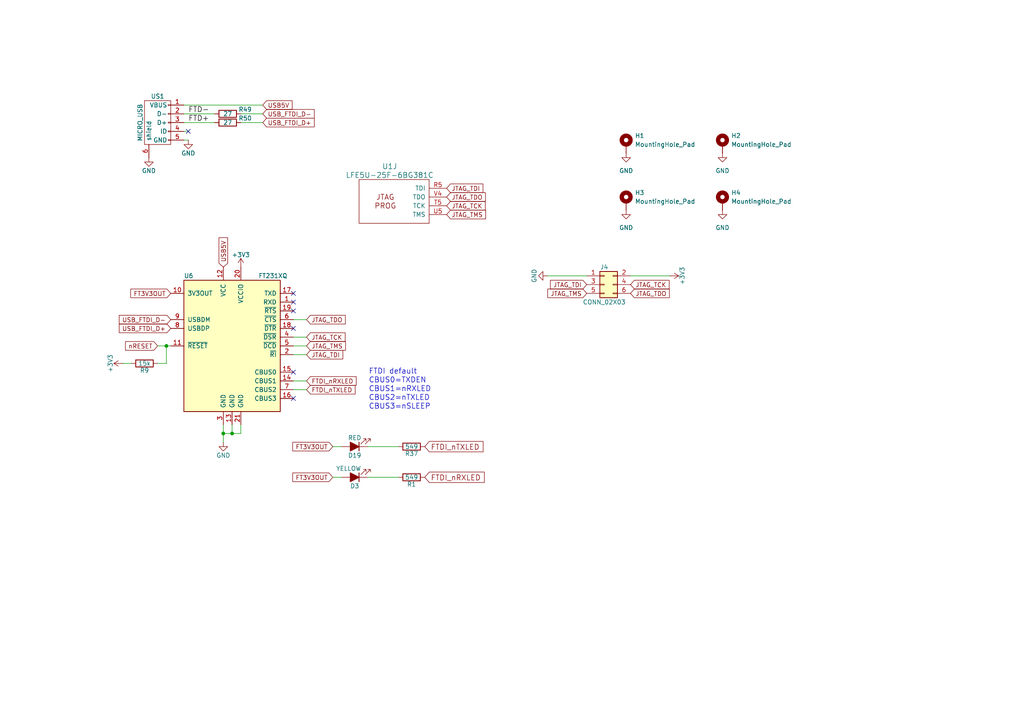
<source format=kicad_sch>
(kicad_sch (version 20250114) (generator "eeschema") (generator_version "9.0")
  (paper "A4")
  (title_block (title "USB Programming Interface - JTAG") (date "2025-11-30") (rev "1.0.0") (comment 1 "lines.") (comment 2 "activity LEDs. External 6-pin JTAG header as backup. 27Ω series resistors on USB data") (comment 3 "JTAG signals bit-banged over serial pins (CTS→TDO, DSR→TCK, DCD→TMS, RI→TDI). TX/RX") (comment 4 "USB Micro-USB connector for power and programming. FT231XQ USB-to-serial chip with"))
  (lib_symbols
    (symbol "Connector_Generic:Conn_02x03_Odd_Even" (pin_names (offset 1.016) (hide yes))
      (property "Reference" "J" (at 1.27 5.08 0))
      (property "Value" "Conn_02x03_Odd_Even" (at 1.27 -5.08 0))
      (symbol "Conn_02x03_Odd_Even_1_1"
        (rectangle (start -1.27 3.81) (end 3.81 -3.81) (stroke (width 0.254)) (fill (type background)))
        (rectangle (start -1.27 2.667) (end 0 2.413) (stroke (width 0.1524)))
        (rectangle (start -1.27 0.127) (end 0 -0.127) (stroke (width 0.1524)))
        (rectangle (start -1.27 -2.413) (end 0 -2.667) (stroke (width 0.1524)))
        (rectangle (start 3.81 2.667) (end 2.54 2.413) (stroke (width 0.1524)))
        (rectangle (start 3.81 0.127) (end 2.54 -0.127) (stroke (width 0.1524)))
        (rectangle (start 3.81 -2.413) (end 2.54 -2.667) (stroke (width 0.1524)))
        (pin passive line (at -5.08 2.54 0) (length 3.81) (name "Pin_1") (number "1"))
        (pin passive line (at -5.08 0 0) (length 3.81) (name "Pin_3") (number "3"))
        (pin passive line (at -5.08 -2.54 0) (length 3.81) (name "Pin_5") (number "5"))
        (pin passive line (at 7.62 2.54 180) (length 3.81) (name "Pin_2") (number "2"))
        (pin passive line (at 7.62 0 180) (length 3.81) (name "Pin_4") (number "4"))
        (pin passive line (at 7.62 -2.54 180) (length 3.81) (name "Pin_6") (number "6"))
      )
    )
    (symbol "Device:LED_ALT" (pin_numbers (hide yes)) (pin_names (offset 1.016) (hide yes))
      (property "Reference" "D" (at 0 2.54 0))
      (property "Value" "Device_LED_ALT" (at 0 -2.54 0))
      (symbol "LED_ALT_0_1"
        (polyline (pts (xy -3.048 -0.762) (xy -4.572 -2.286) (xy -3.81 -2.286) (xy -4.572 -2.286) (xy -4.572 -1.524)))
        (polyline (pts (xy -1.778 -0.762) (xy -3.302 -2.286) (xy -2.54 -2.286) (xy -3.302 -2.286) (xy -3.302 -1.524)))
        (polyline (pts (xy -1.27 0) (xy 1.27 0)))
        (polyline (pts (xy -1.27 -1.27) (xy -1.27 1.27)) (stroke (width 0.254)))
        (polyline (pts (xy 1.27 -1.27) (xy 1.27 1.27) (xy -1.27 0) (xy 1.27 -1.27)) (stroke (width 0.254)) (fill (type outline)))
      )
      (symbol "LED_ALT_1_1"
        (pin passive line (at -3.81 0 0) (length 2.54) (name "K") (number "1"))
        (pin passive line (at 3.81 0 180) (length 2.54) (name "A") (number "2"))
      )
    )
    (symbol "Device:R" (pin_numbers (hide yes)) (pin_names (offset 0))
      (property "Reference" "R" (at 2.032 0 90))
      (property "Value" "R" (at 0 0 90))
      (symbol "R_0_1"
        (rectangle (start -1.016 -2.54) (end 1.016 2.54) (stroke (width 0.254)))
      )
      (symbol "R_1_1"
        (pin passive line (at 0 3.81 270) (length 1.27) (name "~") (number "1"))
        (pin passive line (at 0 -3.81 90) (length 1.27) (name "~") (number "2"))
      )
    )
    (symbol "Mechanical:MountingHole_Pad" (pin_numbers (hide yes)) (pin_names (offset 1.016) (hide yes)) (in_bom no)
      (property "Reference" "H" (at 0 6.35 0))
      (property "Value" "MountingHole_Pad" (at 0 4.445 0))
      (symbol "MountingHole_Pad_0_1"
        (circle (center 0 1.27) (radius 1.27) (stroke (width 1.27)))
      )
      (symbol "MountingHole_Pad_1_1"
        (pin input line (at 0 -2.54 90) (length 2.54) (name "1") (number "1"))
      )
    )
    (symbol "ftdi:FT231XQ" (pin_names (offset 1.016))
      (property "Reference" "U" (at -13.97 20.32 0))
      (property "Value" "FT231XQ" (at 6.35 20.32 0))
      (symbol "FT231XQ_0_1"
        (rectangle (start -13.97 19.05) (end 13.97 -19.05) (stroke (width 0.254)) (fill (type background)))
      )
      (symbol "FT231XQ_1_1"
        (pin power_out line (at -17.78 15.24 0) (length 3.81) (name "3V3OUT") (number "10"))
        (pin bidirectional line (at -17.78 7.62 0) (length 3.81) (name "USBDM") (number "9"))
        (pin bidirectional line (at -17.78 5.08 0) (length 3.81) (name "USBDP") (number "8"))
        (pin input line (at -17.78 0 0) (length 3.81) (name "~{RESET}") (number "11"))
        (pin power_in line (at -2.54 22.86 270) (length 3.81) (name "VCC") (number "12"))
        (pin power_in line (at -2.54 -22.86 90) (length 3.81) (name "GND") (number "3"))
        (pin power_in line (at 0 -22.86 90) (length 3.81) (name "GND") (number "13"))
        (pin power_in line (at 2.54 22.86 270) (length 3.81) (name "VCCIO") (number "20"))
        (pin power_in line (at 2.54 -22.86 90) (length 3.81) (name "GND") (number "21"))
        (pin output line (at 17.78 15.24 180) (length 3.81) (name "TXD") (number "17"))
        (pin input line (at 17.78 12.7 180) (length 3.81) (name "RXD") (number "1"))
        (pin input line (at 17.78 10.16 180) (length 3.81) (name "~{RTS}") (number "19"))
        (pin input line (at 17.78 7.62 180) (length 3.81) (name "~{CTS}") (number "6"))
        (pin output line (at 17.78 5.08 180) (length 3.81) (name "~{DTR}") (number "18"))
        (pin output line (at 17.78 2.54 180) (length 3.81) (name "~{DSR}") (number "4"))
        (pin input line (at 17.78 0 180) (length 3.81) (name "~{DCD}") (number "5"))
        (pin input line (at 17.78 -2.54 180) (length 3.81) (name "~{RI}") (number "2"))
        (pin bidirectional line (at 17.78 -7.62 180) (length 3.81) (name "CBUS0") (number "15"))
        (pin bidirectional line (at 17.78 -10.16 180) (length 3.81) (name "CBUS1") (number "14"))
        (pin bidirectional line (at 17.78 -12.7 180) (length 3.81) (name "CBUS2") (number "7"))
        (pin bidirectional line (at 17.78 -15.24 180) (length 3.81) (name "CBUS3") (number "16"))
      )
    )
    (symbol "lfe5bg381:LFE5UM-85F-6BG381C" (pin_names (offset 1.016))
      (property "Reference" "U" (at 0 24.13 0))
      (property "Value" "LFE5UM-85F-6BG381C" (at 0 21.59 0))
      (symbol "LFE5UM-85F-6BG381C_1_1"
        (rectangle (start -13.97 20.32) (end 13.97 -17.78))
        (rectangle (start -6.35 6.35) (end 6.35 -6.35))
        (rectangle (start -5.08 5.08) (end 0 2.54))
        (text "BANK0" (at 0 -19.05 0) (effects (font (size 1.524 1.524))))
        (pin input line (at -19.05 17.78 0) (length 5.08) (name "PCLKT0_0") (number "B11"))
        (pin input line (at -19.05 15.24 0) (length 5.08) (name "PCLKT0_1") (number "A10"))
        (pin input line (at -19.05 12.7 0) (length 5.08) (name "GR_PCLK0_1") (number "A9"))
        (pin input line (at -19.05 10.16 0) (length 5.08) (name "PT58A") (number "B9"))
        (pin input line (at -19.05 7.62 0) (length 5.08) (name "PT20A") (number "D9"))
        (pin input line (at -19.05 5.08 0) (length 5.08) (name "PT18A") (number "A7"))
        (pin input line (at -19.05 2.54 0) (length 5.08) (name "PT15A") (number "C8"))
        (pin input line (at -19.05 0 0) (length 5.08) (name "PT13A") (number "E8"))
        (pin input line (at -19.05 -2.54 0) (length 5.08) (name "PT11A") (number "C6"))
        (pin input line (at -19.05 -5.08 0) (length 5.08) (name "PT9A") (number "E7"))
        (pin input line (at -19.05 -7.62 0) (length 5.08) (name "PT6A") (number "E6"))
        (pin input line (at -19.05 -10.16 0) (length 5.08) (name "PT4A") (number "A6"))
        (pin input line (at -19.05 -12.7 0) (length 5.08) (name "PT56A") (number "D10"))
        (pin input line (at -19.05 -15.24 0) (length 5.08) (name "PT54A") (number "C9"))
        (pin input line (at 19.05 17.78 180) (length 5.08) (name "PCLKC0_0") (number "C11"))
        (pin input line (at 19.05 15.24 180) (length 5.08) (name "PCLKC0_1") (number "A11"))
        (pin input line (at 19.05 12.7 180) (length 5.08) (name "GR_PCLK0_0") (number "B10"))
        (pin input line (at 19.05 10.16 180) (length 5.08) (name "PT58B") (number "C10"))
        (pin input line (at 19.05 7.62 180) (length 5.08) (name "PT20B") (number "E9"))
        (pin input line (at 19.05 5.08 180) (length 5.08) (name "PT18B") (number "A8"))
        (pin input line (at 19.05 2.54 180) (length 5.08) (name "PT15B") (number "B8"))
        (pin input line (at 19.05 0 180) (length 5.08) (name "PT13B") (number "D8"))
        (pin input line (at 19.05 -2.54 180) (length 5.08) (name "PT11B") (number "C7"))
        (pin input line (at 19.05 -5.08 180) (length 5.08) (name "PT9B") (number "D7"))
        (pin input line (at 19.05 -7.62 180) (length 5.08) (name "PT6B") (number "D6"))
        (pin input line (at 19.05 -10.16 180) (length 5.08) (name "PT4B") (number "B6"))
        (pin input line (at 19.05 -12.7 180) (length 5.08) (name "PT56B") (number "E10"))
      )
      (symbol "LFE5UM-85F-6BG381C_2_0"
        (text "BANK1" (at 0 -26.67 0) (effects (font (size 1.524 1.524))))
      )
      (symbol "LFE5UM-85F-6BG381C_2_1"
        (rectangle (start -13.97 20.32) (end 13.97 -25.4))
        (rectangle (start -6.35 6.35) (end 6.35 -6.35))
        (rectangle (start 0 5.08) (end 5.08 2.54))
        (pin input line (at -19.05 17.78 0) (length 5.08) (name "PT121A") (number "A19"))
        (pin input line (at -19.05 15.24 0) (length 5.08) (name "PT119A") (number "A18"))
        (pin input line (at -19.05 12.7 0) (length 5.08) (name "PT116A") (number "A17"))
        (pin input line (at -19.05 10.16 0) (length 5.08) (name "PT114A") (number "B17"))
        (pin input line (at -19.05 7.62 0) (length 5.08) (name "PT112A") (number "C16"))
        (pin input line (at -19.05 5.08 0) (length 5.08) (name "PT110A") (number "A16"))
        (pin input line (at -19.05 2.54 0) (length 5.08) (name "PT107A") (number "D15"))
        (pin input line (at -19.05 0 0) (length 5.08) (name "PT105A") (number "B15"))
        (pin input line (at -19.05 -2.54 0) (length 5.08) (name "PT85A") (number "D14"))
        (pin input line (at -19.05 -5.08 0) (length 5.08) (name "PT83A") (number "A14"))
        (pin input line (at -19.05 -7.62 0) (length 5.08) (name "PT80A") (number "D13"))
        (pin input line (at -19.05 -10.16 0) (length 5.08) (name "PT78A") (number "B13"))
        (pin input line (at -19.05 -12.7 0) (length 5.08) (name "PT76A") (number "A12"))
        (pin input line (at -19.05 -15.24 0) (length 5.08) (name "GR_PCLK1_0") (number "D12"))
        (pin input line (at -19.05 -17.78 0) (length 5.08) (name "PCLKT1_0") (number "B12"))
        (pin input line (at -19.05 -20.32 0) (length 5.08) (name "PCLKT1_1") (number "D11"))
        (pin input line (at -19.05 -22.86 0) (length 5.08) (name "PT103A") (number "A15"))
        (pin input line (at 19.05 17.78 180) (length 5.08) (name "PT121B") (number "B20"))
        (pin input line (at 19.05 15.24 180) (length 5.08) (name "PT119B") (number "B19"))
        (pin input line (at 19.05 12.7 180) (length 5.08) (name "PT116B") (number "B18"))
        (pin input line (at 19.05 10.16 180) (length 5.08) (name "PT114B") (number "C17"))
        (pin input line (at 19.05 7.62 180) (length 5.08) (name "PT112B") (number "D16"))
        (pin input line (at 19.05 5.08 180) (length 5.08) (name "PT110B") (number "B16"))
        (pin input line (at 19.05 2.54 180) (length 5.08) (name "PT107B") (number "E15"))
        (pin input line (at 19.05 0 180) (length 5.08) (name "PT105B") (number "C15"))
        (pin input line (at 19.05 -2.54 180) (length 5.08) (name "PT85B") (number "E14"))
        (pin input line (at 19.05 -5.08 180) (length 5.08) (name "PT83B") (number "C14"))
        (pin input line (at 19.05 -7.62 180) (length 5.08) (name "PT80B") (number "E13"))
        (pin input line (at 19.05 -10.16 180) (length 5.08) (name "PT78B") (number "C13"))
        (pin input line (at 19.05 -12.7 180) (length 5.08) (name "PT76B") (number "A13"))
        (pin input line (at 19.05 -15.24 180) (length 5.08) (name "GR_PCLK1_1") (number "E12"))
        (pin input line (at 19.05 -17.78 180) (length 5.08) (name "PCLKC1_0") (number "C12"))
        (pin input line (at 19.05 -20.32 180) (length 5.08) (name "PCLKC1_1") (number "E11"))
      )
      (symbol "LFE5UM-85F-6BG381C_3_0"
        (text "BANK2" (at 0 -26.67 0) (effects (font (size 1.524 1.524))))
      )
      (symbol "LFE5UM-85F-6BG381C_3_1"
        (rectangle (start -13.97 20.32) (end 13.97 -25.4))
        (rectangle (start -6.35 6.35) (end 6.35 -6.35))
        (rectangle (start 5.08 5.08) (end 2.54 0))
        (pin input line (at -19.05 17.78 0) (length 5.08) (name "PCLKT2_0") (number "J20"))
        (pin input line (at -19.05 15.24 0) (length 5.08) (name "PCLKT2_1") (number "J19"))
        (pin input line (at -19.05 12.7 0) (length 5.08) (name "GR_PCLK2_0") (number "J18"))
        (pin input line (at -19.05 10.16 0) (length 5.08) (name "GR_PCLK2_1") (number "G19"))
        (pin input line (at -19.05 7.62 0) (length 5.08) (name "PR38C") (number "F20"))
        (pin input line (at -19.05 5.08 0) (length 5.08) (name "PR38A") (number "E20"))
        (pin input line (at -19.05 2.54 0) (length 5.08) (name "VREF1_2") (number "D20"))
        (pin input line (at -19.05 0 0) (length 5.08) (name "PR35A") (number "C20"))
        (pin input line (at -19.05 -2.54 0) (length 5.08) (name "PR20C") (number "J17"))
        (pin input line (at -19.05 -5.08 0) (length 5.08) (name "PR20A") (number "H18"))
        (pin input line (at -19.05 -7.62 0) (length 5.08) (name "PR17C") (number "G16"))
        (pin input line (at -19.05 -10.16 0) (length 5.08) (name "PR17A") (number "F17"))
        (pin input line (at -19.05 -12.7 0) (length 5.08) (name "PR14C") (number "E18"))
        (pin input line (at -19.05 -15.24 0) (length 5.08) (name "PR14A") (number "D18"))
        (pin input line (at -19.05 -17.78 0) (length 5.08) (name "PR11C") (number "E16"))
        (pin input line (at -19.05 -20.32 0) (length 5.08) (name "PR11A") (number "C18"))
        (pin input line (at -19.05 -22.86 0) (length 5.08) (name "PR29A") (number "K16"))
        (pin input line (at 19.05 17.78 180) (length 5.08) (name "PCLKC2_0") (number "K20"))
        (pin input line (at 19.05 15.24 180) (length 5.08) (name "PCLKC2_1") (number "K19"))
        (pin input line (at 19.05 12.7 180) (length 5.08) (name "PR41D") (number "K18"))
        (pin input line (at 19.05 10.16 180) (length 5.08) (name "PR41B") (number "H20"))
        (pin input line (at 19.05 7.62 180) (length 5.08) (name "PR38D") (number "G20"))
        (pin input line (at 19.05 5.08 180) (length 5.08) (name "PR38B") (number "F19"))
        (pin input line (at 19.05 2.54 180) (length 5.08) (name "PR35D") (number "E19"))
        (pin input line (at 19.05 0 180) (length 5.08) (name "PR35B") (number "D19"))
        (pin input line (at 19.05 -2.54 180) (length 5.08) (name "PR20D") (number "J16"))
        (pin input line (at 19.05 -5.08 180) (length 5.08) (name "PR20B") (number "H17"))
        (pin input line (at 19.05 -7.62 180) (length 5.08) (name "PR17D") (number "H16"))
        (pin input line (at 19.05 -10.16 180) (length 5.08) (name "PR17B") (number "G18"))
        (pin input line (at 19.05 -12.7 180) (length 5.08) (name "PR14D") (number "F18"))
        (pin input line (at 19.05 -15.24 180) (length 5.08) (name "PR14B") (number "E17"))
        (pin input line (at 19.05 -17.78 180) (length 5.08) (name "PR11D") (number "F16"))
        (pin input line (at 19.05 -20.32 180) (length 5.08) (name "PR11B") (number "D17"))
        (pin input line (at 19.05 -22.86 180) (length 5.08) (name "PR29B") (number "K17"))
      )
      (symbol "LFE5UM-85F-6BG381C_4_0"
        (text "BANK3" (at 0 -26.67 0) (effects (font (size 1.524 1.524))))
      )
      (symbol "LFE5UM-85F-6BG381C_4_1"
        (rectangle (start -13.97 20.32) (end 13.97 -25.4))
        (rectangle (start -6.35 6.35) (end 6.35 -6.35))
        (rectangle (start 2.54 0) (end 5.08 -5.08))
        (pin input line (at -19.05 17.78 0) (length 5.08) (name "GPLL0T_IN") (number "U16"))
        (pin input line (at -19.05 15.24 0) (length 5.08) (name "PR92A") (number "U18"))
        (pin input line (at -19.05 12.7 0) (length 5.08) (name "PR89C") (number "U19"))
        (pin input line (at -19.05 10.16 0) (length 5.08) (name "PR89A") (number "T19"))
        (pin input line (at -19.05 7.62 0) (length 5.08) (name "PR86C") (number "T20"))
        (pin input line (at -19.05 5.08 0) (length 5.08) (name "PR86A") (number "P20"))
        (pin input line (at -19.05 2.54 0) (length 5.08) (name "PR83C") (number "P19"))
        (pin input line (at -19.05 0 0) (length 5.08) (name "PR83A") (number "N19"))
        (pin input line (at -19.05 -2.54 0) (length 5.08) (name "PR56C") (number "R16"))
        (pin input line (at -19.05 -5.08 0) (length 5.08) (name "PR56A") (number "N17"))
        (pin input line (at -19.05 -7.62 0) (length 5.08) (name "PR53C") (number "N18"))
        (pin input line (at -19.05 -10.16 0) (length 5.08) (name "PR53A") (number "N16"))
        (pin input line (at -19.05 -12.7 0) (length 5.08) (name "GR_PCLK3_1") (number "L18"))
        (pin input line (at -19.05 -15.24 0) (length 5.08) (name "GR_PCLK3_0") (number "L16"))
        (pin input line (at -19.05 -17.78 0) (length 5.08) (name "PCLKT3_0") (number "L19"))
        (pin input line (at -19.05 -20.32 0) (length 5.08) (name "PCLKT3_1") (number "L20"))
        (pin input line (at -19.05 -22.86 0) (length 5.08) (name "PR77A") (number "T16"))
        (pin input line (at 19.05 17.78 180) (length 5.08) (name "GPLL0C_IN") (number "T17"))
        (pin input line (at 19.05 15.24 180) (length 5.08) (name "PR92B") (number "U17"))
        (pin input line (at 19.05 12.7 180) (length 5.08) (name "PR89D") (number "T18"))
        (pin input line (at 19.05 10.16 180) (length 5.08) (name "PR89B") (number "R18"))
        (pin input line (at 19.05 7.62 180) (length 5.08) (name "PR86D") (number "U20"))
        (pin input line (at 19.05 5.08 180) (length 5.08) (name "PR86B") (number "R20"))
        (pin input line (at 19.05 2.54 180) (length 5.08) (name "PR83D") (number "P18"))
        (pin input line (at 19.05 0 180) (length 5.08) (name "PR83B") (number "N20"))
        (pin input line (at 19.05 -2.54 180) (length 5.08) (name "PR56D") (number "R17"))
        (pin input line (at 19.05 -5.08 180) (length 5.08) (name "VREF1_3") (number "P16"))
        (pin input line (at 19.05 -7.62 180) (length 5.08) (name "PR53D") (number "P17"))
        (pin input line (at 19.05 -10.16 180) (length 5.08) (name "PR53B") (number "M17"))
        (pin input line (at 19.05 -12.7 180) (length 5.08) (name "PR50D") (number "M18"))
        (pin input line (at 19.05 -15.24 180) (length 5.08) (name "PR50B") (number "L17"))
        (pin input line (at 19.05 -17.78 180) (length 5.08) (name "PCLKC3_0") (number "M19"))
        (pin input line (at 19.05 -20.32 180) (length 5.08) (name "PCLKC3_1") (number "M20"))
      )
      (symbol "LFE5UM-85F-6BG381C_5_0"
        (text "BANK6" (at 0 -26.67 0) (effects (font (size 1.524 1.524))))
      )
      (symbol "LFE5UM-85F-6BG381C_5_1"
        (rectangle (start -13.97 20.32) (end 13.97 -25.4))
        (rectangle (start -6.35 6.35) (end 6.35 -6.35))
        (rectangle (start -5.08 0) (end -2.54 -5.08))
        (pin input line (at -19.05 17.78 0) (length 5.08) (name "PCLKT6_0") (number "H2"))
        (pin input line (at -19.05 15.24 0) (length 5.08) (name "PCLKT6_1") (number "G2"))
        (pin input line (at -19.05 12.7 0) (length 5.08) (name "GR_PCLK6_1") (number "J3"))
        (pin input line (at -19.05 10.16 0) (length 5.08) (name "GR_PCLK6_0") (number "J4"))
        (pin input line (at -19.05 7.62 0) (length 5.08) (name "PL53C") (number "H1"))
        (pin input line (at -19.05 5.08 0) (length 5.08) (name "PL53A") (number "K2"))
        (pin input line (at -19.05 2.54 0) (length 5.08) (name "PL56C") (number "L4"))
        (pin input line (at -19.05 0 0) (length 5.08) (name "PL56A") (number "K4"))
        (pin input line (at -19.05 -2.54 0) (length 5.08) (name "PL83C") (number "N4"))
        (pin input line (at -19.05 -5.08 0) (length 5.08) (name "PL83A") (number "M4"))
        (pin input line (at -19.05 -7.62 0) (length 5.08) (name "PL86C") (number "L3"))
        (pin input line (at -19.05 -10.16 0) (length 5.08) (name "PL86A") (number "N3"))
        (pin input line (at -19.05 -12.7 0) (length 5.08) (name "PL65C") (number "L1"))
        (pin input line (at -19.05 -15.24 0) (length 5.08) (name "PL65A") (number "N2"))
        (pin input line (at -19.05 -17.78 0) (length 5.08) (name "GPLL0T_IN") (number "P3"))
        (pin input line (at -19.05 -20.32 0) (length 5.08) (name "PL92A") (number "P1"))
        (pin input line (at -19.05 -22.86 0) (length 5.08) (name "PL77A") (number "M5"))
        (pin input line (at 19.05 17.78 180) (length 5.08) (name "PCLKC6_0") (number "G1"))
        (pin input line (at 19.05 15.24 180) (length 5.08) (name "PCLKC6_1") (number "F1"))
        (pin input line (at 19.05 12.7 180) (length 5.08) (name "PL50D") (number "K3"))
        (pin input line (at 19.05 10.16 180) (length 5.08) (name "PL50B") (number "J5"))
        (pin input line (at 19.05 7.62 180) (length 5.08) (name "PL53D") (number "K1"))
        (pin input line (at 19.05 5.08 180) (length 5.08) (name "PL53B") (number "J1"))
        (pin input line (at 19.05 2.54 180) (length 5.08) (name "PL56D") (number "L5"))
        (pin input line (at 19.05 0 180) (length 5.08) (name "VREF1_6") (number "K5"))
        (pin input line (at 19.05 -2.54 180) (length 5.08) (name "PL83D") (number "P5"))
        (pin input line (at 19.05 -5.08 180) (length 5.08) (name "PL83B") (number "N5"))
        (pin input line (at 19.05 -7.62 180) (length 5.08) (name "PL86D") (number "L2"))
        (pin input line (at 19.05 -10.16 180) (length 5.08) (name "PL86B") (number "M3"))
        (pin input line (at 19.05 -12.7 180) (length 5.08) (name "PL89D") (number "N1"))
        (pin input line (at 19.05 -15.24 180) (length 5.08) (name "PL89B") (number "M1"))
        (pin input line (at 19.05 -17.78 180) (length 5.08) (name "GPLL0C_IN") (number "P4"))
        (pin input line (at 19.05 -20.32 180) (length 5.08) (name "PL92B") (number "P2"))
      )
      (symbol "LFE5UM-85F-6BG381C_6_0"
        (text "BANK7" (at 0 -24.13 0) (effects (font (size 1.524 1.524))))
      )
      (symbol "LFE5UM-85F-6BG381C_6_1"
        (rectangle (start -13.97 20.32) (end 13.97 -22.86))
        (rectangle (start -6.35 6.35) (end 6.35 -6.35))
        (rectangle (start -5.08 5.08) (end -2.54 0))
        (pin input line (at -19.05 17.78 0) (length 5.08) (name "PL11C") (number "B5"))
        (pin input line (at -19.05 15.24 0) (length 5.08) (name "PL11A") (number "A4"))
        (pin input line (at -19.05 12.7 0) (length 5.08) (name "PL14C") (number "A3"))
        (pin input line (at -19.05 10.16 0) (length 5.08) (name "PL14A") (number "C4"))
        (pin input line (at -19.05 7.62 0) (length 5.08) (name "PL17C") (number "C3"))
        (pin input line (at -19.05 5.08 0) (length 5.08) (name "PL17A") (number "E4"))
        (pin input line (at -19.05 2.54 0) (length 5.08) (name "PL20C") (number "E5"))
        (pin input line (at -19.05 0 0) (length 5.08) (name "PL20A") (number "F4"))
        (pin input line (at -19.05 -2.54 0) (length 5.08) (name "VREF1_7") (number "B2"))
        (pin input line (at -19.05 -5.08 0) (length 5.08) (name "PL35A") (number "A2"))
        (pin input line (at -19.05 -7.62 0) (length 5.08) (name "PL38C") (number "D2"))
        (pin input line (at -19.05 -10.16 0) (length 5.08) (name "PL38A") (number "C1"))
        (pin input line (at -19.05 -12.7 0) (length 5.08) (name "GR_PCLK7_0") (number "H5"))
        (pin input line (at -19.05 -15.24 0) (length 5.08) (name "GR_PCLK7_1") (number "H4"))
        (pin input line (at -19.05 -17.78 0) (length 5.08) (name "PCLKT7_0") (number "F2"))
        (pin input line (at -19.05 -20.32 0) (length 5.08) (name "PCLKT7_1") (number "G3"))
        (pin input line (at 19.05 17.78 180) (length 5.08) (name "PL11D") (number "C5"))
        (pin input line (at 19.05 15.24 180) (length 5.08) (name "PL11B") (number "A5"))
        (pin input line (at 19.05 12.7 180) (length 5.08) (name "PL14D") (number "B3"))
        (pin input line (at 19.05 10.16 180) (length 5.08) (name "PL14B") (number "B4"))
        (pin input line (at 19.05 7.62 180) (length 5.08) (name "PL17D") (number "D3"))
        (pin input line (at 19.05 5.08 180) (length 5.08) (name "PL17B") (number "D5"))
        (pin input line (at 19.05 2.54 180) (length 5.08) (name "PL20D") (number "F5"))
        (pin input line (at 19.05 0 180) (length 5.08) (name "PL20B") (number "E3"))
        (pin input line (at 19.05 -2.54 180) (length 5.08) (name "PL35D") (number "C2"))
        (pin input line (at 19.05 -5.08 180) (length 5.08) (name "PL35B") (number "B1"))
        (pin input line (at 19.05 -7.62 180) (length 5.08) (name "PL38D") (number "E1"))
        (pin input line (at 19.05 -10.16 180) (length 5.08) (name "PL38B") (number "D1"))
        (pin input line (at 19.05 -12.7 180) (length 5.08) (name "PL41D") (number "H3"))
        (pin input line (at 19.05 -15.24 180) (length 5.08) (name "PL41B") (number "G5"))
        (pin input line (at 19.05 -17.78 180) (length 5.08) (name "PCLKC7_0") (number "E2"))
        (pin input line (at 19.05 -20.32 180) (length 5.08) (name "PCLKC7_1") (number "F3"))
      )
      (symbol "LFE5UM-85F-6BG381C_7_0"
        (text "BANK8" (at 0 -24.13 0) (effects (font (size 1.524 1.524))))
      )
      (symbol "LFE5UM-85F-6BG381C_7_1"
        (rectangle (start -13.97 20.32) (end 13.97 -22.86))
        (rectangle (start -6.35 6.35) (end 6.35 -6.35))
        (rectangle (start -5.08 -5.08) (end 0 -2.54))
        (pin input line (at -19.05 17.78 0) (length 5.08) (name "D7") (number "R1"))
        (pin input line (at -19.05 15.24 0) (length 5.08) (name "D5/MISO2") (number "U1"))
        (pin input line (at -19.05 12.7 0) (length 5.08) (name "D3/HOLDn") (number "W1"))
        (pin input line (at -19.05 10.16 0) (length 5.08) (name "D1/MISO") (number "V2"))
        (pin input line (at -19.05 7.62 0) (length 5.08) (name "SN/CSn") (number "T2"))
        (pin input line (at -19.05 5.08 0) (length 5.08) (name "CSSPIN") (number "R2"))
        (pin input line (at -19.05 2.54 0) (length 5.08) (name "INITn") (number "V3"))
        (pin input line (at -19.05 0 0) (length 5.08) (name "PROGRAMn") (number "W3"))
        (pin input line (at -19.05 -2.54 0) (length 5.08) (name "WRITEn") (number "T3"))
        (pin input line (at -19.05 -5.08 0) (length 5.08) (name "CCLK") (number "U3"))
        (pin input line (at -19.05 -7.62 0) (length 5.08) (name "DONE") (number "Y3"))
        (pin input line (at -19.05 -10.16 0) (length 5.08) (name "CFG_2") (number "R4"))
        (pin input line (at -19.05 -12.7 0) (length 5.08) (name "CFG_1") (number "T4"))
        (pin input line (at -19.05 -15.24 0) (length 5.08) (name "CFG_0") (number "U4"))
        (pin input line (at 19.05 17.78 180) (length 5.08) (name "D6") (number "T1"))
        (pin input line (at 19.05 15.24 180) (length 5.08) (name "D4/MOSI2") (number "V1"))
        (pin input line (at 19.05 12.7 180) (length 5.08) (name "D2/WPn") (number "Y2"))
        (pin input line (at 19.05 10.16 180) (length 5.08) (name "D0/MOSI") (number "W2"))
        (pin input line (at 19.05 7.62 180) (length 5.08) (name "CS1n") (number "U2"))
        (pin input line (at 19.05 5.08 180) (length 5.08) (name "DOUT/CSOn") (number "R3"))
      )
      (symbol "LFE5UM-85F-6BG381C_8_0"
        (text "BANK50,51" (at 0 -27.94 0) (effects (font (size 1.524 1.524))))
        (text "SERDES" (at 0 -30.48 0) (effects (font (size 1.524 1.524))))
      )
      (symbol "LFE5UM-85F-6BG381C_8_1"
        (rectangle (start -16.51 25.4) (end 16.51 -26.67))
        (rectangle (start -6.35 6.35) (end 6.35 -6.35))
        (rectangle (start 3.81 -5.08) (end -3.81 -3.81))
        (pin input line (at -21.59 22.86 0) (length 5.08) (name "REFCLKP_D0") (number "Y11"))
        (pin input line (at -21.59 20.32 0) (length 5.08) (name "HDTXP0_D0CH0") (number "W4"))
        (pin input line (at -21.59 17.78 0) (length 5.08) (name "HDRXP0_D0CH0") (number "Y5"))
        (pin input line (at -21.59 15.24 0) (length 5.08) (name "HDTXP0_D0CH1") (number "W8"))
        (pin input line (at -21.59 12.7 0) (length 5.08) (name "HDRXP0_D0CH1") (number "Y7"))
        (pin input line (at -21.59 8.89 0) (length 5.08) (name "VCCHTX0_D0CH0") (number "T7"))
        (pin input line (at -21.59 6.35 0) (length 5.08) (name "VCCHRX0_D0CH0") (number "T8"))
        (pin input line (at -21.59 3.81 0) (length 5.08) (name "VCCA0") (number "T6"))
        (pin input line (at -21.59 1.27 0) (length 5.08) (name "VCCA0") (number "U6"))
        (pin input line (at -21.59 -2.54 0) (length 5.08) (name "VCCA1") (number "T15"))
        (pin input line (at -21.59 -5.08 0) (length 5.08) (name "VCCA1") (number "U15"))
        (pin input line (at -21.59 -7.62 0) (length 5.08) (name "VCCHTX0_D1CH0") (number "T11"))
        (pin input line (at -21.59 -10.16 0) (length 5.08) (name "VCCHRX0_D1CH0") (number "T12"))
        (pin input line (at -21.59 -13.97 0) (length 5.08) (name "REFCLKP_D1") (number "Y19"))
        (pin input line (at -21.59 -16.51 0) (length 5.08) (name "HDTXP0_D1CH0") (number "W13"))
        (pin input line (at -21.59 -19.05 0) (length 5.08) (name "HDRXP0_D1CH0") (number "Y14"))
        (pin input line (at -21.59 -21.59 0) (length 5.08) (name "HDTXP0_D1CH1") (number "W17"))
        (pin input line (at -21.59 -24.13 0) (length 5.08) (name "HDRXP0_D1CH1") (number "Y16"))
        (pin input line (at 21.59 22.86 180) (length 5.08) (name "REFCLKN_D0") (number "Y12"))
        (pin input line (at 21.59 20.32 180) (length 5.08) (name "HDTXN0_D0CH0") (number "W5"))
        (pin input line (at 21.59 17.78 180) (length 5.08) (name "HDRXN0_D0CH0") (number "Y6"))
        (pin input line (at 21.59 15.24 180) (length 5.08) (name "HDTXN0_D0CH1") (number "W9"))
        (pin input line (at 21.59 12.7 180) (length 5.08) (name "HDRXN0_D0CH1") (number "Y8"))
        (pin input line (at 21.59 8.89 180) (length 5.08) (name "VCCHTX0_D0CH1") (number "T10"))
        (pin input line (at 21.59 6.35 180) (length 5.08) (name "VCCHRX0_D0CH1") (number "T9"))
        (pin input line (at 21.59 3.81 180) (length 5.08) (name "VCCAUXA0") (number "V10"))
        (pin input line (at 21.59 1.27 180) (length 5.08) (name "VCCAUXA0") (number "V11"))
        (pin input line (at 21.59 -2.54 180) (length 5.08) (name "VCCAUXA1") (number "V17"))
        (pin input line (at 21.59 -5.08 180) (length 5.08) (name "VCCAUXA1") (number "V18"))
        (pin input line (at 21.59 -7.62 180) (length 5.08) (name "VCCHTX0_D1CH1") (number "T14"))
        (pin input line (at 21.59 -10.16 180) (length 5.08) (name "VCCHRX0_D1CH1") (number "T13"))
        (pin input line (at 21.59 -13.97 180) (length 5.08) (name "REFCLKN_D1") (number "W20"))
        (pin input line (at 21.59 -16.51 180) (length 5.08) (name "HDTXN0_D1CH0") (number "W14"))
        (pin input line (at 21.59 -19.05 180) (length 5.08) (name "HDRXN0_D1CH0") (number "Y15"))
        (pin input line (at 21.59 -21.59 180) (length 5.08) (name "HDTXN0_D1CH1") (number "W18"))
        (pin input line (at 21.59 -24.13 180) (length 5.08) (name "HDRXN0_D1CH1") (number "Y17"))
      )
      (symbol "LFE5UM-85F-6BG381C_9_1"
        (rectangle (start -109.22 11.43) (end 118.11 -12.7))
        (rectangle (start -6.35 6.35) (end 6.35 -6.35))
        (rectangle (start -2.54 2.54) (end 2.54 -2.54))
        (text "POWER" (at 0 3.81 0) (effects (font (size 1.524 1.524))))
        (pin input line (at -106.68 16.51 270) (length 5.08) (name "VCC") (number "H13"))
        (pin input line (at -104.14 16.51 270) (length 5.08) (name "VCC") (number "J13"))
        (pin input line (at -101.6 16.51 270) (length 5.08) (name "VCC") (number "K13"))
        (pin input line (at -99.06 16.51 270) (length 5.08) (name "VCC") (number "L13"))
        (pin input line (at -97.79 -17.78 90) (length 5.08) (name "GND") (number "C19"))
        (pin input line (at -96.52 16.51 270) (length 5.08) (name "VCC") (number "M13"))
        (pin input line (at -95.25 -17.78 90) (length 5.08) (name "GND") (number "H19"))
        (pin input line (at -93.98 16.51 270) (length 5.08) (name "VCC") (number "N13"))
        (pin input line (at -92.71 -17.78 90) (length 5.08) (name "GND") (number "R19"))
        (pin input line (at -91.44 16.51 270) (length 5.08) (name "VCC") (number "H12"))
        (pin input line (at -90.17 -17.78 90) (length 5.08) (name "GND") (number "G17"))
        (pin input line (at -88.9 16.51 270) (length 5.08) (name "VCC") (number "N12"))
        (pin input line (at -87.63 -17.78 90) (length 5.08) (name "GND") (number "M16"))
        (pin input line (at -86.36 16.51 270) (length 5.08) (name "VCC") (number "H11"))
        (pin input line (at -85.09 -17.78 90) (length 5.08) (name "GND") (number "G15"))
        (pin input line (at -83.82 16.51 270) (length 5.08) (name "VCC") (number "N11"))
        (pin input line (at -82.55 -17.78 90) (length 5.08) (name "GND") (number "K15"))
        (pin input line (at -81.28 16.51 270) (length 5.08) (name "VCC") (number "H10"))
        (pin input line (at -80.01 -17.78 90) (length 5.08) (name "GND") (number "N15"))
        (pin input line (at -78.74 16.51 270) (length 5.08) (name "VCC") (number "N10"))
        (pin input line (at -77.47 -17.78 90) (length 5.08) (name "GND") (number "B14"))
        (pin input line (at -76.2 16.51 270) (length 5.08) (name "VCC") (number "H9"))
        (pin input line (at -74.93 -17.78 90) (length 5.08) (name "GND") (number "F14"))
        (pin input line (at -73.66 16.51 270) (length 5.08) (name "VCC") (number "N9"))
        (pin input line (at -72.39 -17.78 90) (length 5.08) (name "GND") (number "G14"))
        (pin input line (at -71.12 16.51 270) (length 5.08) (name "VCC") (number "H8"))
        (pin input line (at -69.85 -17.78 90) (length 5.08) (name "GND") (number "J14"))
        (pin input line (at -68.58 16.51 270) (length 5.08) (name "VCC") (number "J8"))
        (pin input line (at -67.31 -17.78 90) (length 5.08) (name "GND") (number "K14"))
        (pin input line (at -66.04 16.51 270) (length 5.08) (name "VCC") (number "K8"))
        (pin input line (at -64.77 -17.78 90) (length 5.08) (name "GND") (number "M14"))
        (pin input line (at -63.5 16.51 270) (length 5.08) (name "VCC") (number "L8"))
        (pin input line (at -62.23 -17.78 90) (length 5.08) (name "GND") (number "N14"))
        (pin input line (at -60.96 16.51 270) (length 5.08) (name "VCC") (number "M8"))
        (pin input line (at -59.69 -17.78 90) (length 5.08) (name "GND") (number "P14"))
        (pin input line (at -58.42 16.51 270) (length 5.08) (name "VCC") (number "N8"))
        (pin input line (at -57.15 -17.78 90) (length 5.08) (name "GND") (number "F13"))
        (pin input line (at -54.61 -17.78 90) (length 5.08) (name "GND") (number "G13"))
        (pin input line (at -53.34 16.51 270) (length 5.08) (name "VCCAUX") (number "F15"))
        (pin input line (at -52.07 -17.78 90) (length 5.08) (name "GND") (number "P13"))
        (pin input line (at -50.8 16.51 270) (length 5.08) (name "VCCAUX") (number "P15"))
        (pin input line (at -49.53 -17.78 90) (length 5.08) (name "GND") (number "G12"))
        (pin input line (at -48.26 16.51 270) (length 5.08) (name "VCCAUX") (number "F6"))
        (pin input line (at -46.99 -17.78 90) (length 5.08) (name "GND") (number "J12"))
        (pin input line (at -45.72 16.51 270) (length 5.08) (name "VCCAUX") (number "P6"))
        (pin input line (at -44.45 -17.78 90) (length 5.08) (name "GND") (number "K12"))
        (pin input line (at -41.91 -17.78 90) (length 5.08) (name "GND") (number "L12"))
        (pin input line (at -40.64 16.51 270) (length 5.08) (name "VCCio0") (number "F10"))
        (pin input line (at -39.37 -17.78 90) (length 5.08) (name "GND") (number "M12"))
        (pin input line (at -38.1 16.51 270) (length 5.08) (name "VCCio0") (number "F9"))
        (pin input line (at -36.83 -17.78 90) (length 5.08) (name "GND") (number "P12"))
        (pin input line (at -34.29 -17.78 90) (length 5.08) (name "GND") (number "G11"))
        (pin input line (at -33.02 16.51 270) (length 5.08) (name "VCCio1") (number "F12"))
        (pin input line (at -31.75 -17.78 90) (length 5.08) (name "GND") (number "J11"))
        (pin input line (at -30.48 16.51 270) (length 5.08) (name "VCCio1") (number "F11"))
        (pin input line (at -29.21 -17.78 90) (length 5.08) (name "GND") (number "K11"))
        (pin input line (at -26.67 -17.78 90) (length 5.08) (name "GND") (number "L11"))
        (pin input line (at -25.4 16.51 270) (length 5.08) (name "VCCio2") (number "H15"))
        (pin input line (at -24.13 -17.78 90) (length 5.08) (name "GND") (number "M11"))
        (pin input line (at -22.86 16.51 270) (length 5.08) (name "VCCio2") (number "J15"))
        (pin input line (at -21.59 -17.78 90) (length 5.08) (name "GND") (number "P11"))
        (pin input line (at -20.32 16.51 270) (length 5.08) (name "VCCio2") (number "H14"))
        (pin input line (at -19.05 -17.78 90) (length 5.08) (name "GND") (number "G10"))
        (pin input line (at -16.51 -17.78 90) (length 5.08) (name "GND") (number "J10"))
        (pin input line (at -15.24 16.51 270) (length 5.08) (name "VCCio3") (number "L15"))
        (pin input line (at -13.97 -17.78 90) (length 5.08) (name "GND") (number "K10"))
        (pin input line (at -12.7 16.51 270) (length 5.08) (name "VCCio3") (number "M15"))
        (pin input line (at -11.43 -17.78 90) (length 5.08) (name "GND") (number "L10"))
        (pin input line (at -10.16 16.51 270) (length 5.08) (name "VCCio3") (number "L14"))
        (pin input line (at -8.89 -17.78 90) (length 5.08) (name "GND") (number "M10"))
        (pin input line (at -6.35 -17.78 90) (length 5.08) (name "GND") (number "G9"))
        (pin input line (at -3.81 -17.78 90) (length 5.08) (name "GND") (number "J9"))
        (pin input line (at -1.27 -17.78 90) (length 5.08) (name "GND") (number "K9"))
        (pin input line (at 1.27 -17.78 90) (length 5.08) (name "GND") (number "L9"))
        (pin input line (at 3.81 -17.78 90) (length 5.08) (name "GND") (number "M9"))
        (pin input line (at 6.35 -17.78 90) (length 5.08) (name "GND") (number "F8"))
        (pin input line (at 8.89 -17.78 90) (length 5.08) (name "GND") (number "G8"))
        (pin input line (at 11.43 -17.78 90) (length 5.08) (name "GND") (number "P8"))
        (pin input line (at 13.97 -17.78 90) (length 5.08) (name "GND") (number "B7"))
        (pin input line (at 16.51 16.51 270) (length 5.08) (name "VCCio6") (number "L7"))
        (pin input line (at 16.51 -17.78 90) (length 5.08) (name "GND") (number "F7"))
        (pin input line (at 19.05 16.51 270) (length 5.08) (name "VCCio6") (number "L6"))
        (pin input line (at 19.05 -17.78 90) (length 5.08) (name "GND") (number "G7"))
        (pin input line (at 21.59 16.51 270) (length 5.08) (name "VCCio6") (number "M6"))
        (pin input line (at 21.59 -17.78 90) (length 5.08) (name "GND") (number "J7"))
        (pin input line (at 24.13 -17.78 90) (length 5.08) (name "GND") (number "K7"))
        (pin input line (at 26.67 16.51 270) (length 5.08) (name "VCCio7") (number "H7"))
        (pin input line (at 26.67 -17.78 90) (length 5.08) (name "GND") (number "M7"))
        (pin input line (at 29.21 16.51 270) (length 5.08) (name "VCCio7") (number "H6"))
        (pin input line (at 29.21 -17.78 90) (length 5.08) (name "GND") (number "N7"))
        (pin input line (at 31.75 16.51 270) (length 5.08) (name "VCCio7") (number "J6"))
        (pin input line (at 31.75 -17.78 90) (length 5.08) (name "GND") (number "P7"))
        (pin input line (at 34.29 -17.78 90) (length 5.08) (name "GND") (number "G6"))
        (pin input line (at 36.83 16.51 270) (length 5.08) (name "VCCio8") (number "P10"))
        (pin input line (at 36.83 -17.78 90) (length 5.08) (name "GND") (number "K6"))
        (pin input line (at 39.37 16.51 270) (length 5.08) (name "VCCio8") (number "P9"))
        (pin input line (at 39.37 -17.78 90) (length 5.08) (name "GND") (number "N6"))
        (pin input line (at 41.91 -17.78 90) (length 5.08) (name "GND") (number "D4"))
        (pin input line (at 44.45 -17.78 90) (length 5.08) (name "GND") (number "G4"))
        (pin input line (at 46.99 -17.78 90) (length 5.08) (name "GND") (number "J2"))
        (pin input line (at 49.53 -17.78 90) (length 5.08) (name "GND") (number "M2"))
        (pin input line (at 52.07 -17.78 90) (length 5.08) (name "GND") (number "V7"))
        (pin input line (at 54.61 -17.78 90) (length 5.08) (name "GND") (number "V8"))
        (pin input line (at 57.15 -17.78 90) (length 5.08) (name "GND") (number "V9"))
        (pin input line (at 59.69 -17.78 90) (length 5.08) (name "GND") (number "U7"))
        (pin input line (at 62.23 -17.78 90) (length 5.08) (name "GND") (number "U8"))
        (pin input line (at 64.77 -17.78 90) (length 5.08) (name "GND") (number "U9"))
        (pin input line (at 67.31 -17.78 90) (length 5.08) (name "GND") (number "U10"))
        (pin input line (at 69.85 -17.78 90) (length 5.08) (name "GND") (number "V20"))
        (pin input line (at 72.39 -17.78 90) (length 5.08) (name "GND") (number "V5"))
        (pin input line (at 74.93 -17.78 90) (length 5.08) (name "GND") (number "W6"))
        (pin input line (at 77.47 -17.78 90) (length 5.08) (name "GND") (number "V6"))
        (pin input line (at 80.01 -17.78 90) (length 5.08) (name "GND") (number "W7"))
        (pin input line (at 82.55 -17.78 90) (length 5.08) (name "GND") (number "V15"))
        (pin input line (at 85.09 -17.78 90) (length 5.08) (name "GND") (number "W16"))
        (pin input line (at 87.63 -17.78 90) (length 5.08) (name "GND") (number "V16"))
        (pin input line (at 90.17 -17.78 90) (length 5.08) (name "GND") (number "W19"))
        (pin input line (at 92.71 -17.78 90) (length 5.08) (name "GND") (number "V19"))
        (pin input line (at 95.25 -17.78 90) (length 5.08) (name "GND") (number "V14"))
        (pin input line (at 97.79 -17.78 90) (length 5.08) (name "GND") (number "U14"))
        (pin input line (at 100.33 -17.78 90) (length 5.08) (name "GND") (number "W15"))
        (pin input line (at 102.87 -17.78 90) (length 5.08) (name "GND") (number "U13"))
        (pin input line (at 105.41 -17.78 90) (length 5.08) (name "GND") (number "V13"))
        (pin input line (at 107.95 -17.78 90) (length 5.08) (name "GND") (number "U12"))
        (pin input line (at 110.49 -17.78 90) (length 5.08) (name "GND") (number "V12"))
        (pin input line (at 113.03 -17.78 90) (length 5.08) (name "GND") (number "W12"))
        (pin input line (at 115.57 -17.78 90) (length 5.08) (name "GND") (number "U11"))
      )
      (symbol "LFE5UM-85F-6BG381C_10_0"
        (text "JTAG" (at 0 1.27 0) (effects (font (size 1.524 1.524))))
      )
      (symbol "LFE5UM-85F-6BG381C_10_1"
        (rectangle (start -12.7 6.35) (end 7.62 -6.35))
        (text "PROG" (at 0 -1.27 0) (effects (font (size 1.524 1.524))))
        (pin input line (at -17.78 3.81 0) (length 5.08) (name "TDI") (number "R5"))
        (pin input line (at -17.78 1.27 0) (length 5.08) (name "TDO") (number "V4"))
        (pin input line (at -17.78 -1.27 0) (length 5.08) (name "TCK") (number "T5"))
        (pin input line (at -17.78 -3.81 0) (length 5.08) (name "TMS") (number "U5"))
      )
    )
    (symbol "power:+3V3" (power) (pin_numbers (hide yes)) (pin_names (offset 0) (hide yes))
      (property "Value" "+3V3" (at 0 3.556 0))
      (symbol "+3V3_0_1"
        (polyline (pts (xy -0.762 1.27) (xy 0 2.54)))
        (polyline (pts (xy 0 2.54) (xy 0.762 1.27)))
        (polyline (pts (xy 0 0) (xy 0 2.54)))
      )
      (symbol "+3V3_1_1"
        (pin power_in line (at 0 0 90) (length 0) (name "~") (number "1"))
      )
    )
    (symbol "power:GND" (power) (pin_numbers (hide yes)) (pin_names (offset 0) (hide yes))
      (property "Value" "GND" (at 0 -3.81 0))
      (symbol "GND_0_1"
        (polyline (pts (xy 0 0) (xy 0 -1.27) (xy 1.27 -1.27) (xy 0 -2.54) (xy -1.27 -1.27) (xy 0 -1.27)))
      )
      (symbol "GND_1_1"
        (pin power_in line (at 0 0 270) (length 0) (name "~") (number "1"))
      )
    )
    (symbol "usb_otg:USB_OTG" (pin_names (offset 1.016))
      (property "Reference" "P" (at 8.255 -3.175 0))
      (property "Value" "USB_OTG" (at 0 5.08 0))
      (symbol "USB_OTG_0_1"
        (rectangle (start -6.35 -3.81) (end 6.35 3.81))
        (rectangle (start -5.207 -3.81) (end -4.953 -3.048))
        (rectangle (start -2.667 -3.81) (end -2.413 -3.048))
        (rectangle (start -0.127 -3.81) (end 0.127 -3.048))
        (rectangle (start 2.413 -3.81) (end 2.667 -3.048))
        (rectangle (start 4.953 -3.81) (end 5.207 -3.048))
      )
      (symbol "USB_OTG_1_1"
        (pin power_out line (at -5.08 -7.62 90) (length 3.81) (name "VBUS") (number "1"))
        (pin passive line (at -2.54 -7.62 90) (length 3.81) (name "D-") (number "2"))
        (pin passive line (at 0 -7.62 90) (length 3.81) (name "D+") (number "3"))
        (pin power_in line (at 2.54 -7.62 90) (length 3.81) (name "ID") (number "4"))
        (pin power_in line (at 5.08 -7.62 90) (length 3.81) (name "GND") (number "5"))
        (pin passive line (at 10.16 2.54 180) (length 3.81) (name "shield") (number "6"))
      )
    )
  )
  (text "FTDI default" (at 106.934 108.712 0) (effects (font (size 1.524 1.524)) (justify left bottom)))
  (text "CBUS0=TXDEN" (at 106.934 111.252 0) (effects (font (size 1.524 1.524)) (justify left bottom)))
  (text "CBUS3=nSLEEP" (at 106.934 118.872 0) (effects (font (size 1.524 1.524)) (justify left bottom)))
  (text "CBUS2=nTXLED" (at 106.934 116.332 0) (effects (font (size 1.524 1.524)) (justify left bottom)))
  (text "CBUS1=nRXLED" (at 106.934 113.792 0) (effects (font (size 1.524 1.524)) (justify left bottom)))
  (junction (at 64.77 125.73))
  (junction (at 67.31 125.73))
  (junction (at 48.26 100.33))
  (no_connect (at 85.09 115.57))
  (no_connect (at 85.09 90.17))
  (no_connect (at 85.09 107.95))
  (no_connect (at 85.09 87.63))
  (no_connect (at 54.61 38.1))
  (no_connect (at 85.09 85.09))
  (no_connect (at 85.09 95.25))
  (wire (pts (xy 69.85 35.56) (xy 76.2 35.56)))
  (wire (pts (xy 53.34 30.48) (xy 76.2 30.48)))
  (wire (pts (xy 45.72 100.33) (xy 48.26 100.33)))
  (wire (pts (xy 48.26 105.41) (xy 48.26 100.33)))
  (wire (pts (xy 64.77 125.73) (xy 67.31 125.73)))
  (wire (pts (xy 85.09 113.03) (xy 88.9 113.03)))
  (wire (pts (xy 64.77 125.73) (xy 64.77 128.27)))
  (wire (pts (xy 182.88 80.01) (xy 194.31 80.01)))
  (wire (pts (xy 69.85 125.73) (xy 69.85 123.19)))
  (wire (pts (xy 106.68 129.54) (xy 115.57 129.54)))
  (wire (pts (xy 96.52 138.43) (xy 99.06 138.43)))
  (wire (pts (xy 45.72 105.41) (xy 48.26 105.41)))
  (wire (pts (xy 85.09 97.79) (xy 88.9 97.79)))
  (wire (pts (xy 158.75 80.01) (xy 170.18 80.01)))
  (wire (pts (xy 85.09 110.49) (xy 88.9 110.49)))
  (wire (pts (xy 48.26 100.33) (xy 49.53 100.33)))
  (wire (pts (xy 67.31 123.19) (xy 67.31 125.73)))
  (wire (pts (xy 106.68 138.43) (xy 115.57 138.43)))
  (wire (pts (xy 53.34 35.56) (xy 62.23 35.56)))
  (wire (pts (xy 38.1 105.41) (xy 35.56 105.41)))
  (wire (pts (xy 85.09 102.87) (xy 88.9 102.87)))
  (wire (pts (xy 53.34 40.64) (xy 54.61 40.64)))
  (wire (pts (xy 53.34 33.02) (xy 62.23 33.02)))
  (wire (pts (xy 85.09 92.71) (xy 88.9 92.71)))
  (wire (pts (xy 53.34 38.1) (xy 54.61 38.1)))
  (wire (pts (xy 85.09 100.33) (xy 88.9 100.33)))
  (wire (pts (xy 96.52 129.54) (xy 99.06 129.54)))
  (wire (pts (xy 64.77 123.19) (xy 64.77 125.73)))
  (wire (pts (xy 69.85 33.02) (xy 76.2 33.02)))
  (wire (pts (xy 67.31 125.73) (xy 69.85 125.73)))
  (label "FTD+" (at 54.61 35.56 0) (effects (font (size 1.524 1.524))))
  (label "FTD-" (at 54.61 33.02 0) (effects (font (size 1.524 1.524))))
  (global_label "FTDI_nRXLED" (shape input) (at 88.9 110.49 0) (property "Intersheetrefs" "${INTERSHEET_REFS}" (effects (hide yes))))
  (global_label "JTAG_TDI" (shape input) (at 170.18 82.55 180) (property "Intersheetrefs" "${INTERSHEET_REFS}" (effects (hide yes))))
  (global_label "JTAG_TCK" (shape input) (at 182.88 82.55 0) (property "Intersheetrefs" "${INTERSHEET_REFS}" (effects (hide yes))))
  (global_label "USB_FTDI_D-" (shape input) (at 49.53 92.71 180) (property "Intersheetrefs" "${INTERSHEET_REFS}" (effects (hide yes))))
  (global_label "JTAG_TDO" (shape input) (at 88.9 92.71 0) (property "Intersheetrefs" "${INTERSHEET_REFS}" (effects (hide yes))))
  (global_label "FTDI_nTXLED" (shape input) (at 88.9 113.03 0) (property "Intersheetrefs" "${INTERSHEET_REFS}" (effects (hide yes))))
  (global_label "JTAG_TMS" (shape input) (at 88.9 100.33 0) (property "Intersheetrefs" "${INTERSHEET_REFS}" (effects (hide yes))))
  (global_label "JTAG_TDI" (shape input) (at 129.54 54.61 0) (property "Intersheetrefs" "${INTERSHEET_REFS}" (effects (hide yes))))
  (global_label "JTAG_TDO" (shape input) (at 182.88 85.09 0) (property "Intersheetrefs" "${INTERSHEET_REFS}" (effects (hide yes))))
  (global_label "nRESET" (shape input) (at 45.72 100.33 180) (property "Intersheetrefs" "${INTERSHEET_REFS}" (effects (hide yes))))
  (global_label "FT3V3OUT" (shape input) (at 96.52 129.54 180) (property "Intersheetrefs" "${INTERSHEET_REFS}" (effects (hide yes))))
  (global_label "FT3V3OUT" (shape input) (at 49.53 85.09 180) (property "Intersheetrefs" "${INTERSHEET_REFS}" (effects (hide yes))))
  (global_label "JTAG_TCK" (shape input) (at 129.54 59.69 0) (property "Intersheetrefs" "${INTERSHEET_REFS}" (effects (hide yes))))
  (global_label "FTDI_nRXLED" (shape input) (at 123.19 138.43 0) (effects (font (size 1.524 1.524))) (property "Intersheetrefs" "${INTERSHEET_REFS}" (effects (hide yes))))
  (global_label "USB_FTDI_D-" (shape input) (at 76.2 33.02 0) (property "Intersheetrefs" "${INTERSHEET_REFS}" (effects (hide yes))))
  (global_label "USB_FTDI_D+" (shape input) (at 76.2 35.56 0) (property "Intersheetrefs" "${INTERSHEET_REFS}" (effects (hide yes))))
  (global_label "JTAG_TMS" (shape input) (at 129.54 62.23 0) (property "Intersheetrefs" "${INTERSHEET_REFS}" (effects (hide yes))))
  (global_label "JTAG_TDI" (shape input) (at 88.9 102.87 0) (property "Intersheetrefs" "${INTERSHEET_REFS}" (effects (hide yes))))
  (global_label "USB5V" (shape input) (at 76.2 30.48 0) (property "Intersheetrefs" "${INTERSHEET_REFS}" (effects (hide yes))))
  (global_label "JTAG_TMS" (shape input) (at 170.18 85.09 180) (property "Intersheetrefs" "${INTERSHEET_REFS}" (effects (hide yes))))
  (global_label "USB5V" (shape input) (at 64.77 77.47 90) (property "Intersheetrefs" "${INTERSHEET_REFS}" (effects (hide yes))))
  (global_label "FTDI_nTXLED" (shape input) (at 123.19 129.54 0) (effects (font (size 1.524 1.524))) (property "Intersheetrefs" "${INTERSHEET_REFS}" (effects (hide yes))))
  (global_label "FT3V3OUT" (shape input) (at 96.52 138.43 180) (property "Intersheetrefs" "${INTERSHEET_REFS}" (effects (hide yes))))
  (global_label "JTAG_TDO" (shape input) (at 129.54 57.15 0) (property "Intersheetrefs" "${INTERSHEET_REFS}" (effects (hide yes))))
  (global_label "USB_FTDI_D+" (shape input) (at 49.53 95.25 180) (property "Intersheetrefs" "${INTERSHEET_REFS}" (effects (hide yes))))
  (global_label "JTAG_TCK" (shape input) (at 88.9 97.79 0) (property "Intersheetrefs" "${INTERSHEET_REFS}" (effects (hide yes))))
  (symbol (lib_id "usb_otg:USB_OTG") (at 45.72 35.56 90) (mirror x) (unit 1)
    (property "Reference" "US1" (at 45.72 27.94 90))
    (property "Value" "MICRO_USB" (at 40.64 35.56 0))
    (property "Footprint" "usb_otg:USB-MICRO-B-FCI-10118192-0001LF" (effects (hide yes)))
    (property "Datasheet" "http://portal.fciconnect.com/Comergent/fci/drawing/10118192.pdf" (effects (hide yes)))
    (property "MFG1" "FCI" (effects (hide yes)))
    (property "MNF1_URL" "www.fciconnect.com" (effects (hide yes)))
    (property "MPN" "10118192-0001LF" (effects (hide yes)))
    (property "Datasheet2" "https://www.molex.com/pdm_docs/sd/473460001_sd.pdf" (effects (hide yes)))
    (property "MFG2" "Molex" (effects (hide yes)))
    (property "MNF2_URL" "www.molex.com" (effects (hide yes)))
    (property "MPN2" "47346-0001" (effects (hide yes)))
    (property "Mouser" "649-10118192-0001LF " (effects (hide yes)))
    (property "Mouse_r1" "538-47346-0001" (effects (hide yes)))
    (property "Mouse_r2" "490-UJ2-MIBH-G-SMTTR" (effects (hide yes)))
    (property "Digikey" "609-4613-1-ND" (effects (hide yes)))
    (property "Digikey2" "WM17141CT-ND" (effects (hide yes)))
    (property "Newark" "47M0505" (effects (hide yes)))
    (property "LCSC" "C132564" (effects (hide yes)))
    (property "FreelanceElec" "10118192-0001LF" (effects (hide yes)))
    (property "price200_FreelanceElec" "0.12487$" (effects (hide yes)))
    (property "Koncar" "FU010" (effects (hide yes)))
    (property "Side" "T" (effects (hide yes)))
  )
  (symbol (lib_id "power:GND") (at 54.61 40.64 0) (unit 1)
    (property "Reference" "#PWR0104" (effects (hide yes)))
    (property "Value" "GND" (at 54.61 44.45 0))
  )
  (symbol (lib_id "power:GND") (at 43.18 45.72 0) (unit 1)
    (property "Reference" "#PWR0102" (effects (hide yes)))
    (property "Value" "GND" (at 43.18 49.53 0))
  )
  (symbol (lib_id "power:GND") (at 64.77 128.27 0) (unit 1)
    (property "Reference" "#PWR0111" (effects (hide yes)))
    (property "Value" "GND" (at 64.77 132.08 0))
  )
  (symbol (lib_id "ftdi:FT231XQ") (at 67.31 100.33 0) (unit 1)
    (property "Reference" "U6" (at 53.34 80.01 0) (effects (justify left)))
    (property "Value" "FT231XQ" (at 74.93 80.01 0) (effects (justify left)))
    (property "Footprint" "ft231x:FT231X-QFN-20-1EP_4x4mm_P0.5mm_EP2x2mm" (effects (hide yes)))
    (property "Datasheet" "www.ftdichip.com/Documents/DataSheets/ICs/DS_FT231X.pdf" (effects (hide yes)))
    (property "MNF1_URL" "www.ftdichip.com" (effects (hide yes)))
    (property "MPN" "FT231XQ" (effects (hide yes)))
    (property "Mouser" "895-FT231XQ-R" (effects (hide yes)))
    (property "Mouse_r2" "895-FT231XQ-T" (effects (hide yes)))
    (property "Digikey" "768-1128-1-ND" (effects (hide yes)))
    (property "Dikike_y2" "768-1155-ND" (effects (hide yes)))
    (property "LCSC" "C132159" (effects (hide yes)))
    (property "RS" "7570032" (effects (hide yes)))
    (property "Newark" "83T7088" (effects (hide yes)))
    (property "price100_RS" "1.86$" (effects (hide yes)))
    (property "Koncar" "FU002" (effects (hide yes)))
  )
  (symbol (lib_id "Device:R") (at 41.91 105.41 270) (unit 1)
    (property "Reference" "R9" (at 41.91 107.442 90))
    (property "Value" "15k" (at 41.91 105.41 90))
    (property "Footprint" "Resistor_SMD:R_0603_1608Metric" (effects (hide yes)))
    (property "MNF1_URL" "www.yageo.com" (effects (hide yes)))
    (property "MPN" "RC0603FR-0715KL" (effects (hide yes)))
    (property "Mouser" "603-AC0603FR-1015KL" (effects (hide yes)))
    (property "Mouse_r1" "603-RC0603FR-0715KL" (effects (hide yes)))
    (property "Mouse_r2" "603-RC0603FR-1015KL" (effects (hide yes)))
    (property "Mouse_r3" "603-RC0603FR-1315KL" (effects (hide yes)))
    (property "Digikey" "YAG3569CT-ND" (effects (hide yes)))
    (property "Newark" "94X1443" (effects (hide yes)))
    (property "LCSC" "C217750" (effects (hide yes)))
    (property "price1500_Mouser" "8.4$" (effects (hide yes)))
    (property "Koncar" "FR005" (effects (hide yes)))
  )
  (symbol (lib_id "Device:LED_ALT") (at 102.87 129.54 180) (unit 1)
    (property "Reference" "D19" (at 102.87 132.08 0))
    (property "Value" "RED" (at 102.87 127 0))
    (property "Footprint" "LED_SMD:LED_0805_2012Metric" (effects (hide yes)))
    (property "Datasheet" "https://optoelectronics.liteon.com/upload/download/DS-22-99-0150/LTST-C170KRKT.pdf" (effects (hide yes)))
    (property "MNF1_URL" "www.liteon.com" (effects (hide yes)))
    (property "MPN" "LTST-C170KRKT" (effects (hide yes)))
    (property "Mouser_URL" "www.mouser.com" (effects (hide yes)))
  )
  (symbol (lib_id "Device:R") (at 119.38 129.54 270) (unit 1)
    (property "Reference" "R37" (at 119.38 131.572 90))
    (property "Value" "549" (at 119.38 129.54 90))
    (property "Footprint" "Resistor_SMD:R_0603_1608Metric" (effects (hide yes)))
  )
  (symbol (lib_id "Connector_Generic:Conn_02x03_Odd_Even") (at 175.26 82.55 0) (unit 1)
    (property "Reference" "J4" (at 175.26 77.47 0))
    (property "Value" "CONN_02X03" (at 175.26 87.63 0))
    (property "Footprint" "Connector_PinHeader_2.54mm:PinHeader_2x03_P2.54mm_Vertical" (effects (hide yes)))
    (property "Note" "Leave empty" (effects (hide yes)))
    (property "Side" "T" (effects (hide yes)))
  )
  (symbol (lib_id "power:GND") (at 158.75 80.01 270) (unit 1)
    (property "Reference" "#PWR0113" (effects (hide yes)))
    (property "Value" "GND" (at 154.94 80.01 0))
  )
  (symbol (lib_id "power:+3V3") (at 194.31 80.01 270) (unit 1)
    (property "Reference" "#PWR0114" (effects (hide yes)))
    (property "Value" "+3V3" (at 197.866 80.01 0))
  )
  (symbol (lib_id "Device:R") (at 66.04 33.02 270) (unit 1)
    (property "Reference" "R49" (at 71.12 31.75 90))
    (property "Value" "27" (at 66.04 33.02 90))
    (property "Footprint" "Resistor_SMD:R_0603_1608Metric" (effects (hide yes)))
    (property "MNF1_URL" "www.yageo.com" (effects (hide yes)))
    (property "MPN" "AC0603JR-0727RL" (effects (hide yes)))
    (property "Mouser" "603-AC0603JR-0727RL" (effects (hide yes)))
    (property "Digikey" "311-27.0HRCT-ND" (effects (hide yes)))
    (property "Newark" "08AH8595" (effects (hide yes)))
    (property "LCSC" "C325726" (effects (hide yes)))
    (property "Koncar" "FR008" (effects (hide yes)))
  )
  (symbol (lib_id "Device:R") (at 66.04 35.56 270) (unit 1)
    (property "Reference" "R50" (at 71.12 34.29 90))
    (property "Value" "27" (at 66.04 35.56 90))
    (property "Footprint" "Resistor_SMD:R_0603_1608Metric" (effects (hide yes)))
    (property "MNF1_URL" "www.yageo.com" (effects (hide yes)))
    (property "MPN" "AC0603JR-0727RL" (effects (hide yes)))
  )
  (symbol (lib_id "Device:R") (at 119.38 138.43 270) (unit 1)
    (property "Reference" "R1" (at 119.38 140.462 90))
    (property "Value" "549" (at 119.38 138.43 90))
    (property "Footprint" "Resistor_SMD:R_0603_1608Metric" (effects (hide yes)))
  )
  (symbol (lib_id "power:GND") (at 209.55 44.45 0) (unit 1)
    (property "Reference" "#PWR023" (effects (hide yes)))
    (property "Value" "GND" (at 209.55 49.53 0))
    (property "Description" "Power symbol creates a global label with name \"GND\" , ground" (effects (hide yes)))
  )
  (symbol (lib_id "lfe5bg381:LFE5UM-85F-6BG381C") (at 111.76 58.42 0) (mirror y) (unit 10)
    (property "Reference" "U1" (at 113.03 48.26 0) (effects (font (size 1.524 1.524))))
    (property "Value" "LFE5U-25F-6BG381C" (at 113.03 50.8 0) (effects (font (size 1.524 1.524))))
    (property "Footprint" "lfe5bg381:BGA-381_pitch0.8mm_dia0.4mm" (effects (hide yes)))
    (property "Datasheet" "http://www.latticesemi.com/~/media/LatticeSemi/Documents/DataSheets/ECP5/FPGA-DS-02012.pdf" (effects (hide yes)))
    (property "MPN" "LFE5U-85F-6BG381C" (effects (hide yes)))
  )
  (symbol (lib_id "Mechanical:MountingHole_Pad") (at 209.55 41.91 0) (unit 1) (in_bom no)
    (property "Reference" "H2" (at 212.09 39.3699 0) (effects (justify left)))
    (property "Value" "MountingHole_Pad" (at 212.09 41.9099 0) (effects (justify left)))
    (property "Footprint" "MountingHole:MountingHole_3mm_Pad" (effects (hide yes)))
    (property "Description" "Mounting Hole with connection" (effects (hide yes)))
  )
  (symbol (lib_id "Device:LED_ALT") (at 102.87 138.43 180) (unit 1)
    (property "Reference" "D3" (at 102.87 140.97 0))
    (property "Value" "YELLOW" (at 101.092 135.89 0))
    (property "Footprint" "LED_SMD:LED_0805_2012Metric" (effects (hide yes)))
    (property "Datasheet" "https://optoelectronics.liteon.com/upload/download/DS-22-99-0150/LTST-C170KRKT.pdf" (effects (hide yes)))
    (property "MNF1_URL" "www.liteon.com" (effects (hide yes)))
    (property "MPN" "LTST-C170KRKT" (effects (hide yes)))
    (property "Mouser_URL" "www.mouser.com" (effects (hide yes)))
  )
  (symbol (lib_id "power:GND") (at 181.61 44.45 0) (unit 1)
    (property "Reference" "#PWR021" (effects (hide yes)))
    (property "Value" "GND" (at 181.61 49.53 0))
    (property "Description" "Power symbol creates a global label with name \"GND\" , ground" (effects (hide yes)))
  )
  (symbol (lib_id "power:+3V3") (at 69.85 77.47 0) (unit 1)
    (property "Reference" "#PWR032" (effects (hide yes)))
    (property "Value" "+3V3" (at 69.85 73.914 0))
  )
  (symbol (lib_id "power:+3V3") (at 35.56 105.41 90) (unit 1)
    (property "Reference" "#PWR033" (effects (hide yes)))
    (property "Value" "+3V3" (at 32.004 105.41 0))
  )
  (symbol (lib_id "Mechanical:MountingHole_Pad") (at 181.61 41.91 0) (unit 1) (in_bom no)
    (property "Reference" "H1" (at 184.15 39.3699 0) (effects (justify left)))
    (property "Value" "MountingHole_Pad" (at 184.15 41.9099 0) (effects (justify left)))
    (property "Footprint" "MountingHole:MountingHole_3mm_Pad" (effects (hide yes)))
    (property "Description" "Mounting Hole with connection" (effects (hide yes)))
  )
  (symbol (lib_id "power:GND") (at 181.61 60.96 0) (unit 1)
    (property "Reference" "#PWR025" (effects (hide yes)))
    (property "Value" "GND" (at 181.61 66.04 0))
    (property "Description" "Power symbol creates a global label with name \"GND\" , ground" (effects (hide yes)))
  )
  (symbol (lib_id "power:GND") (at 209.55 60.96 0) (unit 1)
    (property "Reference" "#PWR041" (effects (hide yes)))
    (property "Value" "GND" (at 209.55 66.04 0))
    (property "Description" "Power symbol creates a global label with name \"GND\" , ground" (effects (hide yes)))
  )
  (symbol (lib_id "Mechanical:MountingHole_Pad") (at 181.61 58.42 0) (unit 1) (in_bom no)
    (property "Reference" "H3" (at 184.15 55.8799 0) (effects (justify left)))
    (property "Value" "MountingHole_Pad" (at 184.15 58.4199 0) (effects (justify left)))
    (property "Footprint" "MountingHole:MountingHole_3mm_Pad" (effects (hide yes)))
    (property "Description" "Mounting Hole with connection" (effects (hide yes)))
  )
  (symbol (lib_id "Mechanical:MountingHole_Pad") (at 209.55 58.42 0) (unit 1) (in_bom no)
    (property "Reference" "H4" (at 212.09 55.8799 0) (effects (justify left)))
    (property "Value" "MountingHole_Pad" (at 212.09 58.4199 0) (effects (justify left)))
    (property "Footprint" "MountingHole:MountingHole_3mm_Pad" (effects (hide yes)))
    (property "Description" "Mounting Hole with connection" (effects (hide yes)))
  )
)
</source>
